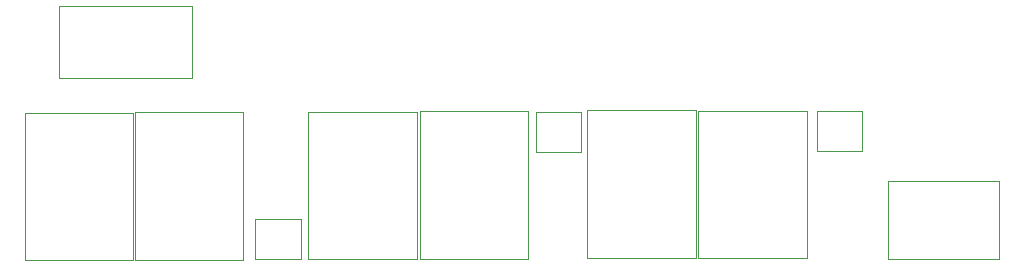
<source format=gbr>
%TF.GenerationSoftware,KiCad,Pcbnew,7.0.8*%
%TF.CreationDate,2024-02-06T22:23:07+01:00*%
%TF.ProjectId,HatV3,48617456-332e-46b6-9963-61645f706362,V2*%
%TF.SameCoordinates,Original*%
%TF.FileFunction,Other,User*%
%FSLAX46Y46*%
G04 Gerber Fmt 4.6, Leading zero omitted, Abs format (unit mm)*
G04 Created by KiCad (PCBNEW 7.0.8) date 2024-02-06 22:23:07*
%MOMM*%
%LPD*%
G01*
G04 APERTURE LIST*
%ADD10C,0.050000*%
G04 APERTURE END LIST*
D10*
%TO.C,U8*%
X176151678Y-102085178D02*
X179991678Y-102085178D01*
X176151678Y-105485178D02*
X176151678Y-102085178D01*
X179991678Y-102085178D02*
X179991678Y-105485178D01*
X179991678Y-105485178D02*
X176151678Y-105485178D01*
%TO.C,J8*%
X165877978Y-102041578D02*
X165877978Y-114541578D01*
X156707978Y-102041578D02*
X165877978Y-102041578D01*
X165877978Y-114541578D02*
X156707978Y-114541578D01*
X156707978Y-114541578D02*
X156707978Y-102041578D01*
%TO.C,J4*%
X151676400Y-102131800D02*
X151676400Y-114631800D01*
X142506400Y-102131800D02*
X151676400Y-102131800D01*
X151676400Y-114631800D02*
X142506400Y-114631800D01*
X142506400Y-114631800D02*
X142506400Y-102131800D01*
%TO.C,J3*%
X142267422Y-102146222D02*
X142267422Y-114646222D01*
X133097422Y-102146222D02*
X142267422Y-102146222D01*
X142267422Y-114646222D02*
X133097422Y-114646222D01*
X133097422Y-114646222D02*
X133097422Y-102146222D01*
%TO.C,J6*%
X123218238Y-93245962D02*
X112018238Y-93245962D01*
X112018238Y-93245962D02*
X112018238Y-99345962D01*
X123218238Y-99345962D02*
X123218238Y-93245962D01*
X112018238Y-99345962D02*
X123218238Y-99345962D01*
%TO.C,J7*%
X191592400Y-114622400D02*
X182152400Y-114622400D01*
X191592400Y-108022400D02*
X191592400Y-114622400D01*
X182152400Y-114622400D02*
X182152400Y-108022400D01*
X182152400Y-108022400D02*
X191592400Y-108022400D01*
%TO.C,U4*%
X152331900Y-102196200D02*
X156171900Y-102196200D01*
X152331900Y-105596200D02*
X152331900Y-102196200D01*
X156171900Y-102196200D02*
X156171900Y-105596200D01*
X156171900Y-105596200D02*
X152331900Y-105596200D01*
%TO.C,J9*%
X175294578Y-102081378D02*
X175294578Y-114581378D01*
X166124578Y-102081378D02*
X175294578Y-102081378D01*
X175294578Y-114581378D02*
X166124578Y-114581378D01*
X166124578Y-114581378D02*
X166124578Y-102081378D01*
%TO.C,U2*%
X128597322Y-111253022D02*
X132437322Y-111253022D01*
X128597322Y-114653022D02*
X128597322Y-111253022D01*
X132437322Y-111253022D02*
X132437322Y-114653022D01*
X132437322Y-114653022D02*
X128597322Y-114653022D01*
%TO.C,J2*%
X127552822Y-102222422D02*
X127552822Y-114722422D01*
X118382822Y-102222422D02*
X127552822Y-102222422D01*
X127552822Y-114722422D02*
X118382822Y-114722422D01*
X118382822Y-114722422D02*
X118382822Y-102222422D01*
%TO.C,J1*%
X118247022Y-102246822D02*
X118247022Y-114746822D01*
X109077022Y-102246822D02*
X118247022Y-102246822D01*
X118247022Y-114746822D02*
X109077022Y-114746822D01*
X109077022Y-114746822D02*
X109077022Y-102246822D01*
%TD*%
M02*

</source>
